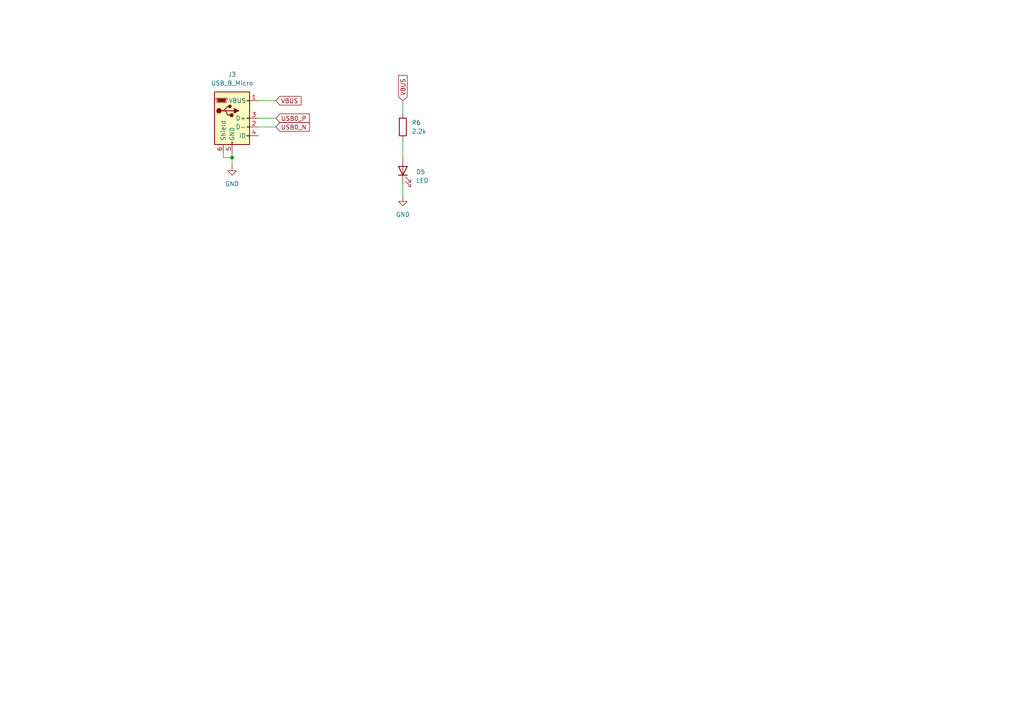
<source format=kicad_sch>
(kicad_sch (version 20231120) (generator "eeschema") (generator_version "8.0")
  (paper "A4")
  (lib_symbols
    (symbol "Connector:USB_B_Micro" (pin_names (offset 1.016))
      (property "Reference" "J" (at -5.08 11.43 0))
      (property "Value" "USB_B_Micro" (at -5.08 8.89 0))
      (symbol "USB_B_Micro_0_1"
        (rectangle (start -5.08 -7.62) (end 5.08 7.62) (stroke (width 0.254)) (fill (type background)))
        (circle (center -3.81 2.159) (radius 0.635) (stroke (width 0.254)) (fill (type outline)))
        (circle (center -0.635 3.429) (radius 0.381) (stroke (width 0.254)) (fill (type outline)))
        (rectangle (start -0.127 -7.62) (end 0.127 -6.858))
        (polyline (pts (xy -1.905 2.159) (xy 0.635 2.159)) (stroke (width 0.254)))
        (polyline (pts (xy -3.175 2.159) (xy -2.54 2.159) (xy -1.27 3.429) (xy -0.635 3.429)) (stroke (width 0.254)))
        (polyline (pts (xy -2.54 2.159) (xy -1.905 2.159) (xy -1.27 0.889) (xy 0 0.889)) (stroke (width 0.254)))
        (polyline (pts (xy 0.635 2.794) (xy 0.635 1.524) (xy 1.905 2.159) (xy 0.635 2.794)) (stroke (width 0.254)) (fill (type outline)))
        (polyline (pts (xy -4.318 5.588) (xy -1.778 5.588) (xy -2.032 4.826) (xy -4.064 4.826) (xy -4.318 5.588)) (fill (type outline)))
        (polyline (pts (xy -4.699 5.842) (xy -4.699 5.588) (xy -4.445 4.826) (xy -4.445 4.572) (xy -1.651 4.572) (xy -1.651 4.826) (xy -1.397 5.588) (xy -1.397 5.842) (xy -4.699 5.842)))
        (rectangle (start 0.254 1.27) (end -0.508 0.508) (stroke (width 0.254)) (fill (type outline)))
        (rectangle (start 5.08 -5.207) (end 4.318 -4.953))
        (rectangle (start 5.08 -2.667) (end 4.318 -2.413))
        (rectangle (start 5.08 -0.127) (end 4.318 0.127))
        (rectangle (start 5.08 4.953) (end 4.318 5.207))
      )
      (symbol "USB_B_Micro_1_1"
        (pin power_out line (at 7.62 5.08 180) (length 2.54) (name "VBUS") (number "1"))
        (pin bidirectional line (at 7.62 -2.54 180) (length 2.54) (name "D-") (number "2"))
        (pin bidirectional line (at 7.62 0 180) (length 2.54) (name "D+") (number "3"))
        (pin passive line (at 7.62 -5.08 180) (length 2.54) (name "ID") (number "4"))
        (pin power_out line (at 0 -10.16 90) (length 2.54) (name "GND") (number "5"))
        (pin passive line (at -2.54 -10.16 90) (length 2.54) (name "Shield") (number "6"))
      )
    )
    (symbol "Device:LED" (pin_numbers hide) (pin_names (offset 1.016) hide)
      (property "Reference" "D" (at 0 2.54 0))
      (property "Value" "LED" (at 0 -2.54 0))
      (symbol "LED_0_1"
        (polyline (pts (xy -1.27 -1.27) (xy -1.27 1.27)) (stroke (width 0.254)))
        (polyline (pts (xy -1.27 0) (xy 1.27 0)))
        (polyline (pts (xy 1.27 -1.27) (xy 1.27 1.27) (xy -1.27 0) (xy 1.27 -1.27)) (stroke (width 0.254)))
        (polyline (pts (xy -3.048 -0.762) (xy -4.572 -2.286) (xy -3.81 -2.286) (xy -4.572 -2.286) (xy -4.572 -1.524)))
        (polyline (pts (xy -1.778 -0.762) (xy -3.302 -2.286) (xy -2.54 -2.286) (xy -3.302 -2.286) (xy -3.302 -1.524)))
      )
      (symbol "LED_1_1"
        (pin passive line (at -3.81 0 0) (length 2.54) (name "K") (number "1"))
        (pin passive line (at 3.81 0 180) (length 2.54) (name "A") (number "2"))
      )
    )
    (symbol "Device:R" (pin_numbers hide) (pin_names (offset 0))
      (property "Reference" "R" (at 2.032 0 90))
      (property "Value" "R" (at 0 0 90))
      (symbol "R_0_1"
        (rectangle (start -1.016 -2.54) (end 1.016 2.54) (stroke (width 0.254)))
      )
      (symbol "R_1_1"
        (pin passive line (at 0 3.81 270) (length 1.27) (name "~") (number "1"))
        (pin passive line (at 0 -3.81 90) (length 1.27) (name "~") (number "2"))
      )
    )
    (symbol "power:GND" (power) (pin_numbers hide) (pin_names (offset 0) hide)
      (property "Value" "GND" (at 0 -3.81 0))
      (symbol "GND_0_1"
        (polyline (pts (xy 0 0) (xy 0 -1.27) (xy 1.27 -1.27) (xy 0 -2.54) (xy -1.27 -1.27) (xy 0 -1.27)))
      )
      (symbol "GND_1_1"
        (pin power_in line (at 0 0 270) (length 0) (name "~") (number "1"))
      )
    )
  )
  (junction (at 67.31 45.72))
  (wire (pts (xy 74.93 29.21) (xy 80.01 29.21)))
  (wire (pts (xy 74.93 36.83) (xy 80.01 36.83)))
  (wire (pts (xy 64.77 45.72) (xy 67.31 45.72)))
  (wire (pts (xy 67.31 44.45) (xy 67.31 45.72)))
  (wire (pts (xy 74.93 34.29) (xy 80.01 34.29)))
  (wire (pts (xy 67.31 45.72) (xy 67.31 48.26)))
  (wire (pts (xy 64.77 44.45) (xy 64.77 45.72)))
  (wire (pts (xy 116.84 40.64) (xy 116.84 45.72)))
  (wire (pts (xy 116.84 53.34) (xy 116.84 57.15)))
  (wire (pts (xy 116.84 29.21) (xy 116.84 33.02)))
  (global_label "USB0_P" (shape input) (at 80.01 34.29 0) (property "Intersheetrefs" "${INTERSHEET_REFS}" (effects (hide yes))))
  (global_label "VBUS" (shape input) (at 80.01 29.21 0) (property "Intersheetrefs" "${INTERSHEET_REFS}" (effects (hide yes))))
  (global_label "USB0_N" (shape input) (at 80.01 36.83 0) (property "Intersheetrefs" "${INTERSHEET_REFS}" (effects (hide yes))))
  (global_label "VBUS" (shape input) (at 116.84 29.21 90) (property "Intersheetrefs" "${INTERSHEET_REFS}" (effects (hide yes))))
  (symbol (lib_id "Device:LED") (at 116.84 49.53 90) (unit 1)
    (property "Reference" "D5" (at 120.65 49.8474 90) (effects (justify right)))
    (property "Value" "LED" (at 120.65 52.3874 90) (effects (justify right)))
    (property "Footprint" "LED_SMD:LED_0805_2012Metric" (effects (hide yes)))
    (property "Description" "Light emitting diode" (effects (hide yes)))
  )
  (symbol (lib_id "power:GND") (at 116.84 57.15 0) (unit 1)
    (property "Reference" "#PWR02" (effects (hide yes)))
    (property "Value" "GND" (at 116.84 62.23 0))
    (property "Description" "Power symbol creates a global label with name \"GND\" , ground" (effects (hide yes)))
  )
  (symbol (lib_id "Connector:USB_B_Micro") (at 67.31 34.29 0) (unit 1)
    (property "Reference" "J3" (at 67.31 21.59 0))
    (property "Value" "USB_B_Micro" (at 67.31 24.13 0))
    (property "Footprint" "Connector_USB:USB_Micro-B_Amphenol_10103594-0001LF_Horizontal" (effects (hide yes)))
    (property "Description" "USB Micro Type B connector" (effects (hide yes)))
  )
  (symbol (lib_id "Device:R") (at 116.84 36.83 0) (unit 1)
    (property "Reference" "R6" (at 119.38 35.5599 0) (effects (justify left)))
    (property "Value" "2.2k" (at 119.38 38.0999 0) (effects (justify left)))
    (property "Footprint" "Resistor_SMD:R_0805_2012Metric" (effects (hide yes)))
    (property "Description" "Resistor" (effects (hide yes)))
  )
  (symbol (lib_id "power:GND") (at 67.31 48.26 0) (unit 1)
    (property "Reference" "#PWR04" (effects (hide yes)))
    (property "Value" "GND" (at 67.31 53.34 0))
    (property "Description" "Power symbol creates a global label with name \"GND\" , ground" (effects (hide yes)))
  )
)
</source>
